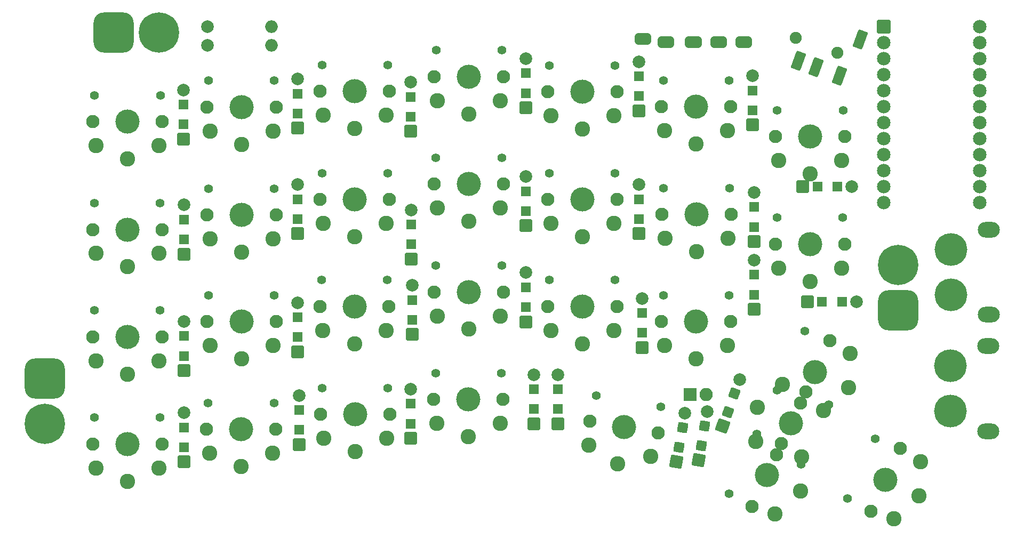
<source format=gbr>
%TF.GenerationSoftware,KiCad,Pcbnew,(6.0.4)*%
%TF.CreationDate,2022-04-18T00:49:10+02:00*%
%TF.ProjectId,ErgoTravel,4572676f-5472-4617-9665-6c2e6b696361,rev?*%
%TF.SameCoordinates,Original*%
%TF.FileFunction,Soldermask,Bot*%
%TF.FilePolarity,Negative*%
%FSLAX46Y46*%
G04 Gerber Fmt 4.6, Leading zero omitted, Abs format (unit mm)*
G04 Created by KiCad (PCBNEW (6.0.4)) date 2022-04-18 00:49:10*
%MOMM*%
%LPD*%
G01*
G04 APERTURE LIST*
G04 Aperture macros list*
%AMRoundRect*
0 Rectangle with rounded corners*
0 $1 Rounding radius*
0 $2 $3 $4 $5 $6 $7 $8 $9 X,Y pos of 4 corners*
0 Add a 4 corners polygon primitive as box body*
4,1,4,$2,$3,$4,$5,$6,$7,$8,$9,$2,$3,0*
0 Add four circle primitives for the rounded corners*
1,1,$1+$1,$2,$3*
1,1,$1+$1,$4,$5*
1,1,$1+$1,$6,$7*
1,1,$1+$1,$8,$9*
0 Add four rect primitives between the rounded corners*
20,1,$1+$1,$2,$3,$4,$5,0*
20,1,$1+$1,$4,$5,$6,$7,0*
20,1,$1+$1,$6,$7,$8,$9,0*
20,1,$1+$1,$8,$9,$2,$3,0*%
%AMFreePoly0*
4,1,41,0.022678,0.944824,0.075125,0.944504,0.131210,0.936123,0.267031,0.895504,0.318507,0.871718,0.437469,0.794611,0.480202,0.757333,0.572740,0.649936,0.603290,0.602165,0.661967,0.473113,0.677883,0.418686,0.697980,0.278353,0.700000,0.250000,0.700000,-0.250000,0.699985,-0.252439,0.699836,-0.264655,0.697079,-0.295398,0.673559,-0.435199,0.656318,-0.489221,0.594506,-0.616800,
0.562797,-0.663810,0.467662,-0.768914,0.424032,-0.805137,0.303222,-0.879314,0.251181,-0.901834,0.114408,-0.939123,0.058135,-0.946132,0.037663,-0.945757,0.000000,-0.950000,-0.500000,-0.950000,-0.586777,-0.930194,-0.656366,-0.874698,-0.694986,-0.794504,-0.700000,-0.750000,-0.700000,0.750000,-0.680194,0.836777,-0.624698,0.906366,-0.544504,0.944986,-0.500000,0.950000,0.000000,0.950000,
0.022678,0.944824,0.022678,0.944824,$1*%
%AMFreePoly1*
4,1,41,0.586777,0.930194,0.656366,0.874698,0.694986,0.794504,0.700000,0.750000,0.700000,-0.750000,0.680194,-0.836777,0.624698,-0.906366,0.544504,-0.944986,0.500000,-0.950000,0.000000,-0.950000,-0.023504,-0.944635,-0.083606,-0.943534,-0.139582,-0.934468,-0.274897,-0.892193,-0.326080,-0.867780,-0.444090,-0.789225,-0.486362,-0.751429,-0.577582,-0.642910,-0.607548,-0.594768,-0.664643,-0.465009,
-0.679893,-0.410393,-0.697476,-0.275933,-0.697084,-0.275882,-0.700000,-0.250000,-0.700000,0.250000,-0.697921,0.259109,-0.697582,0.286880,-0.675771,0.426957,-0.659192,0.481183,-0.598944,0.609508,-0.567811,0.656904,-0.473967,0.763162,-0.430783,0.799915,-0.310888,0.875563,-0.259125,0.898717,-0.122818,0.937674,-0.066635,0.945370,-0.042411,0.945222,0.000000,0.950000,0.500000,0.950000,
0.586777,0.930194,0.586777,0.930194,$1*%
G04 Aperture macros list end*
%ADD10RoundRect,0.200000X0.800000X-0.800000X0.800000X0.800000X-0.800000X0.800000X-0.800000X-0.800000X0*%
%ADD11RoundRect,0.200000X0.600000X-0.600000X0.600000X0.600000X-0.600000X0.600000X-0.600000X-0.600000X0*%
%ADD12C,2.000000*%
%ADD13RoundRect,0.200000X0.648928X-0.926765X0.926765X0.648928X-0.648928X0.926765X-0.926765X-0.648928X0*%
%ADD14RoundRect,0.200000X0.486696X-0.695074X0.695074X0.486696X-0.486696X0.695074X-0.695074X-0.486696X0*%
%ADD15RoundRect,0.200000X-0.800000X-0.800000X0.800000X-0.800000X0.800000X0.800000X-0.800000X0.800000X0*%
%ADD16RoundRect,0.200000X-0.600000X-0.600000X0.600000X-0.600000X0.600000X0.600000X-0.600000X0.600000X0*%
%ADD17RoundRect,0.200000X0.358603X-0.769028X0.769028X0.358603X-0.358603X0.769028X-0.769028X-0.358603X0*%
%ADD18RoundRect,0.200000X0.478138X-1.025370X1.025370X0.478138X-0.478138X1.025370X-1.025370X-0.478138X0*%
%ADD19C,1.900000*%
%ADD20RoundRect,0.200000X-0.876300X0.876300X-0.876300X-0.876300X0.876300X-0.876300X0.876300X0.876300X0*%
%ADD21C,2.152600*%
%ADD22O,2.000000X2.000000*%
%ADD23FreePoly0,180.000000*%
%ADD24FreePoly1,180.000000*%
%ADD25RoundRect,0.200000X0.850000X-0.850000X0.850000X0.850000X-0.850000X0.850000X-0.850000X-0.850000X0*%
%ADD26O,2.100000X2.100000*%
%ADD27C,2.101800*%
%ADD28C,1.390600*%
%ADD29C,3.829000*%
%ADD30C,2.432000*%
%ADD31RoundRect,1.700000X-1.500000X-1.500000X1.500000X-1.500000X1.500000X1.500000X-1.500000X1.500000X0*%
%ADD32C,6.400000*%
%ADD33RoundRect,1.700000X-1.500000X1.500000X-1.500000X-1.500000X1.500000X-1.500000X1.500000X1.500000X0*%
%ADD34O,3.500000X2.500000*%
%ADD35C,1.000000*%
%ADD36C,5.200000*%
%ADD37RoundRect,1.700000X1.500000X-1.500000X1.500000X1.500000X-1.500000X1.500000X-1.500000X-1.500000X0*%
%ADD38RoundRect,0.200000X-0.991341X-0.969404X0.136290X-1.379828X0.991341X0.969404X-0.136290X1.379828X0*%
G04 APERTURE END LIST*
D10*
X97345000Y-68670000D03*
D11*
X97345000Y-66345000D03*
X97345000Y-63195000D03*
D12*
X97345000Y-60870000D03*
D11*
X97424884Y-84630510D03*
D10*
X97424884Y-86955510D03*
D12*
X97424884Y-79155510D03*
D11*
X97424884Y-81480510D03*
D10*
X97424884Y-105455510D03*
D11*
X97424884Y-103130510D03*
X97424884Y-99980510D03*
D12*
X97424884Y-97655510D03*
D10*
X97424884Y-119955510D03*
D11*
X97424884Y-117630510D03*
D12*
X97424884Y-112155510D03*
D11*
X97424884Y-114480510D03*
X115424884Y-64630510D03*
D10*
X115424884Y-66955510D03*
D12*
X115424884Y-59155510D03*
D11*
X115424884Y-61480510D03*
D10*
X115424884Y-83705510D03*
D11*
X115424884Y-81380510D03*
D12*
X115424884Y-75905510D03*
D11*
X115424884Y-78230510D03*
X115424884Y-100130510D03*
D10*
X115424884Y-102455510D03*
D11*
X115424884Y-96980510D03*
D12*
X115424884Y-94655510D03*
D11*
X115674884Y-114880510D03*
D10*
X115674884Y-117205510D03*
D12*
X115674884Y-109405510D03*
D11*
X115674884Y-111730510D03*
D10*
X133424884Y-67455510D03*
D11*
X133424884Y-65130510D03*
D12*
X133424884Y-59655510D03*
D11*
X133424884Y-61980510D03*
X133445000Y-85395000D03*
D10*
X133445000Y-87720000D03*
D11*
X133445000Y-82245000D03*
D12*
X133445000Y-79920000D03*
D11*
X133674884Y-97380510D03*
D10*
X133674884Y-99705510D03*
D11*
X133674884Y-94230510D03*
D12*
X133674884Y-91905510D03*
D10*
X133424884Y-116205510D03*
D11*
X133424884Y-113880510D03*
D12*
X133424884Y-108405510D03*
D11*
X133424884Y-110730510D03*
X151674884Y-61382198D03*
D10*
X151674884Y-63707198D03*
D11*
X151674884Y-58232198D03*
D12*
X151674884Y-55907198D03*
D10*
X151674884Y-82455510D03*
D11*
X151674884Y-80130510D03*
X151674884Y-76980510D03*
D12*
X151674884Y-74655510D03*
D10*
X151674884Y-97705510D03*
D11*
X151674884Y-95380510D03*
D12*
X151674884Y-89905510D03*
D11*
X151674884Y-92230510D03*
X152967978Y-111557199D03*
D10*
X152967978Y-113882199D03*
D11*
X152967978Y-108407199D03*
D12*
X152967978Y-106082199D03*
D11*
X169674884Y-61880510D03*
D10*
X169674884Y-64205510D03*
D11*
X169674884Y-58730510D03*
D12*
X169674884Y-56405510D03*
D11*
X169674884Y-81380510D03*
D10*
X169674884Y-83705510D03*
D12*
X169674884Y-75905510D03*
D11*
X169674884Y-78230510D03*
D10*
X170180000Y-101780000D03*
D11*
X170180000Y-99455000D03*
D12*
X170180000Y-93980000D03*
D11*
X170180000Y-96305000D03*
D13*
X175600750Y-119897948D03*
D14*
X176004482Y-117608270D03*
D12*
X176955206Y-112216448D03*
D14*
X176551474Y-114506126D03*
D11*
X187674884Y-64130510D03*
D10*
X187674884Y-66455510D03*
D11*
X187674884Y-60980510D03*
D12*
X187674884Y-58655510D03*
D11*
X187924884Y-82630510D03*
D10*
X187924884Y-84955510D03*
D11*
X187924884Y-79480510D03*
D12*
X187924884Y-77155510D03*
D10*
X187924884Y-95707198D03*
D11*
X187924884Y-93382198D03*
X187924884Y-90232198D03*
D12*
X187924884Y-87907198D03*
D13*
X179100750Y-119647948D03*
D14*
X179504482Y-117358270D03*
X180051474Y-114256126D03*
D12*
X180455206Y-111966448D03*
D15*
X195650000Y-76200000D03*
D16*
X197975000Y-76200000D03*
D12*
X203450000Y-76200000D03*
D16*
X201125000Y-76200000D03*
X198702978Y-94557198D03*
D15*
X196377978Y-94557198D03*
D12*
X204177978Y-94557198D03*
D16*
X201852978Y-94557198D03*
D17*
X183739296Y-112037214D03*
D18*
X182944099Y-114221999D03*
D12*
X185611857Y-106892397D03*
D17*
X184816660Y-109077182D03*
D19*
X194540739Y-52628937D03*
X201118587Y-55023078D03*
D20*
X208537978Y-50861198D03*
D21*
X208537978Y-53401198D03*
X208537978Y-55941198D03*
X208537978Y-58481198D03*
X208537978Y-61021198D03*
X208537978Y-63561198D03*
X208537978Y-66101198D03*
X208537978Y-68641198D03*
X208537978Y-71181198D03*
X208537978Y-73721198D03*
X208537978Y-76261198D03*
X208537978Y-78801198D03*
X223777978Y-50861198D03*
X223777978Y-53401198D03*
X223777978Y-55941198D03*
X223777978Y-58481198D03*
X223777978Y-61021198D03*
X223777978Y-63561198D03*
X223777978Y-66101198D03*
X223777978Y-68641198D03*
X223777978Y-71181198D03*
X223777978Y-73721198D03*
X223777978Y-76261198D03*
X223777978Y-78801198D03*
D12*
X101177978Y-53807198D03*
D22*
X111337978Y-53807198D03*
D12*
X101177978Y-50807198D03*
D22*
X111337978Y-50807198D03*
D23*
X169627978Y-52807198D03*
D24*
X170927978Y-52807198D03*
D11*
X156777978Y-111582198D03*
D10*
X156777978Y-113907198D03*
D11*
X156777978Y-108432198D03*
D12*
X156777978Y-106107198D03*
D25*
X177800000Y-109220000D03*
D26*
X180340000Y-109220000D03*
D27*
X82944288Y-65937314D03*
X93944288Y-65937314D03*
D28*
X93664288Y-61737314D03*
D29*
X88444288Y-65937314D03*
D28*
X83224288Y-61737314D03*
D30*
X88444288Y-71837314D03*
X83444288Y-69737314D03*
X93444288Y-69737314D03*
D27*
X82924884Y-83055510D03*
D28*
X93644884Y-78855510D03*
D29*
X88424884Y-83055510D03*
D28*
X83204884Y-78855510D03*
D27*
X93924884Y-83055510D03*
D30*
X88424884Y-88955510D03*
X93424884Y-86855510D03*
X83424884Y-86855510D03*
D28*
X93644884Y-95915332D03*
X83204884Y-95915332D03*
D29*
X88424884Y-100115332D03*
D27*
X93924884Y-100115332D03*
X82924884Y-100115332D03*
D30*
X88424884Y-106015332D03*
X83424884Y-103915332D03*
X93424884Y-103915332D03*
D28*
X93644884Y-112914736D03*
D29*
X88424884Y-117114736D03*
D27*
X93924884Y-117114736D03*
X82924884Y-117114736D03*
D28*
X83204884Y-112914736D03*
D30*
X88424884Y-123014736D03*
X83424884Y-120914736D03*
X93424884Y-120914736D03*
D27*
X101036582Y-63615332D03*
D28*
X101316582Y-59415332D03*
D27*
X112036582Y-63615332D03*
D29*
X106536582Y-63615332D03*
D28*
X111756582Y-59415332D03*
D30*
X106536582Y-69515332D03*
X101536582Y-67415332D03*
X111536582Y-67415332D03*
D29*
X106536582Y-80733528D03*
D28*
X101316582Y-76533528D03*
D27*
X112036582Y-80733528D03*
X101036582Y-80733528D03*
D28*
X111756582Y-76533528D03*
D30*
X106536582Y-86633528D03*
X111536582Y-84533528D03*
X101536582Y-84533528D03*
D27*
X101036582Y-97674274D03*
D28*
X101316582Y-93474274D03*
D27*
X112036582Y-97674274D03*
D29*
X106536582Y-97674274D03*
D28*
X111756582Y-93474274D03*
D30*
X106536582Y-103574274D03*
X111536582Y-101474274D03*
X101536582Y-101474274D03*
D28*
X101257044Y-110592754D03*
D27*
X100977044Y-114792754D03*
D28*
X111697044Y-110592754D03*
D27*
X111977044Y-114792754D03*
D29*
X106477044Y-114792754D03*
D30*
X106477044Y-120692754D03*
X101477044Y-118592754D03*
X111477044Y-118592754D03*
D29*
X124529204Y-61114736D03*
D27*
X130029204Y-61114736D03*
X119029204Y-61114736D03*
D28*
X119309204Y-56914736D03*
X129749204Y-56914736D03*
D30*
X124529204Y-67014736D03*
X129529204Y-64914736D03*
X119529204Y-64914736D03*
D27*
X130029204Y-78292470D03*
D29*
X124529204Y-78292470D03*
D28*
X129749204Y-74092470D03*
X119309204Y-74092470D03*
D27*
X119029204Y-78292470D03*
D30*
X124529204Y-84192470D03*
X129529204Y-82092470D03*
X119529204Y-82092470D03*
D29*
X124469666Y-95292754D03*
D28*
X129689666Y-91092754D03*
X119249666Y-91092754D03*
D27*
X118969666Y-95292754D03*
X129969666Y-95292754D03*
D30*
X124469666Y-101192754D03*
X119469666Y-99092754D03*
X129469666Y-99092754D03*
D28*
X119349472Y-108211234D03*
D27*
X119069472Y-112411234D03*
X130069472Y-112411234D03*
D28*
X129789472Y-108211234D03*
D29*
X124569472Y-112411234D03*
D30*
X124569472Y-118311234D03*
X129569472Y-116211234D03*
X119569472Y-116211234D03*
D27*
X148160172Y-58792754D03*
X137160172Y-58792754D03*
D28*
X137440172Y-54592754D03*
X147880172Y-54592754D03*
D29*
X142660172Y-58792754D03*
D30*
X142660172Y-64692754D03*
X137660172Y-62592754D03*
X147660172Y-62592754D03*
D27*
X137121632Y-75851412D03*
D29*
X142621632Y-75851412D03*
D27*
X148121632Y-75851412D03*
D28*
X147841632Y-71651412D03*
X137401632Y-71651412D03*
D30*
X142621632Y-81751412D03*
X147621632Y-79651412D03*
X137621632Y-79651412D03*
D28*
X147860902Y-88770772D03*
X137420902Y-88770772D03*
D27*
X148140902Y-92970772D03*
D29*
X142640902Y-92970772D03*
D27*
X137140902Y-92970772D03*
D30*
X142640902Y-98870772D03*
X147640902Y-96770772D03*
X137640902Y-96770772D03*
D27*
X148081364Y-110029714D03*
D28*
X147801364Y-105829714D03*
D27*
X137081364Y-110029714D03*
D28*
X137361364Y-105829714D03*
D29*
X142581364Y-110029714D03*
D30*
X142581364Y-115929714D03*
X147581364Y-113829714D03*
X137581364Y-113829714D03*
D27*
X166133524Y-61174274D03*
D28*
X155413524Y-56974274D03*
X165853524Y-56974274D03*
D27*
X155133524Y-61174274D03*
D29*
X160633524Y-61174274D03*
D30*
X160633524Y-67074274D03*
X155633524Y-64974274D03*
X165633524Y-64974274D03*
D29*
X160633524Y-78292470D03*
D28*
X155413524Y-74092470D03*
X165853524Y-74092470D03*
D27*
X155133524Y-78292470D03*
X166133524Y-78292470D03*
D30*
X160633524Y-84192470D03*
X165633524Y-82092470D03*
X155633524Y-82092470D03*
D28*
X165853524Y-91092754D03*
X155413524Y-91092754D03*
D29*
X160633524Y-95292754D03*
D27*
X166133524Y-95292754D03*
X155133524Y-95292754D03*
D30*
X160633524Y-101192754D03*
X165633524Y-99092754D03*
X155633524Y-99092754D03*
D27*
X161825799Y-113480461D03*
X172658685Y-115390591D03*
D29*
X167242242Y-114435526D03*
D28*
X173112261Y-111205777D03*
X162830868Y-109392890D03*
D30*
X166217718Y-120245892D03*
X161658340Y-117309555D03*
X171506418Y-119046036D03*
D29*
X178718440Y-63555794D03*
D27*
X173218440Y-63555794D03*
X184218440Y-63555794D03*
D28*
X173498440Y-59355794D03*
X183938440Y-59355794D03*
D30*
X178718440Y-69455794D03*
X173718440Y-67355794D03*
X183718440Y-67355794D03*
D29*
X178777978Y-80673990D03*
D27*
X173277978Y-80673990D03*
D28*
X183997978Y-76473990D03*
X173557978Y-76473990D03*
D27*
X184277978Y-80673990D03*
D30*
X178777978Y-86573990D03*
X183777978Y-84473990D03*
X173777978Y-84473990D03*
D27*
X184218440Y-97674274D03*
D28*
X183938440Y-93474274D03*
D27*
X173218440Y-97674274D03*
D29*
X178718440Y-97674274D03*
D28*
X173498440Y-93474274D03*
D30*
X178718440Y-103574274D03*
X183718440Y-101474274D03*
X173718440Y-101474274D03*
D28*
X188321953Y-115551352D03*
D29*
X189922378Y-122057275D03*
D28*
X183909818Y-125013205D03*
D27*
X187597978Y-127041968D03*
X192246778Y-117072582D03*
D30*
X195269594Y-124550723D03*
X191253256Y-128194763D03*
X195479439Y-119131685D03*
D29*
X196818112Y-68286256D03*
D27*
X191318112Y-68286256D03*
D28*
X191598112Y-64086256D03*
D27*
X202318112Y-68286256D03*
D28*
X202038112Y-64086256D03*
D30*
X196818112Y-74186256D03*
X191818112Y-72086256D03*
X201818112Y-72086256D03*
D28*
X201997978Y-81177492D03*
X191557978Y-81177492D03*
D29*
X196777978Y-85377492D03*
D27*
X202277978Y-85377492D03*
X191277978Y-85377492D03*
D30*
X196777978Y-91277492D03*
X191777978Y-89177492D03*
X201777978Y-89177492D03*
D27*
X195260870Y-110643511D03*
X199909670Y-100674125D03*
D29*
X197585270Y-105658818D03*
D28*
X191572710Y-108614748D03*
X195984845Y-99152895D03*
D30*
X202932486Y-108152266D03*
X198916148Y-111796306D03*
X203142331Y-102733228D03*
D23*
X173277978Y-53307198D03*
D24*
X174577978Y-53307198D03*
D31*
X86277978Y-51807198D03*
D32*
X93477978Y-51807198D03*
D33*
X75277978Y-106707198D03*
D32*
X75277978Y-113907198D03*
D23*
X177627978Y-53307198D03*
D24*
X178927978Y-53307198D03*
D34*
X225077978Y-101557198D03*
X225077978Y-115057198D03*
D35*
X217733978Y-110564198D03*
D36*
X219077978Y-111907198D03*
D35*
X220421978Y-113251198D03*
X217733978Y-113251198D03*
X217177978Y-111907198D03*
X219077978Y-110007198D03*
X220421978Y-110564198D03*
X220977978Y-111907198D03*
X219077978Y-113807198D03*
X217733978Y-103363198D03*
X220421978Y-103363198D03*
X220421978Y-106050198D03*
X217177978Y-104707198D03*
X217733978Y-106050198D03*
X220977978Y-104707198D03*
X219077978Y-102807198D03*
D36*
X219077978Y-104707198D03*
D35*
X219077978Y-106607198D03*
D34*
X225177978Y-83057198D03*
X225177978Y-96557198D03*
D35*
X219177978Y-91507198D03*
X217833978Y-94751198D03*
D36*
X219177978Y-93407198D03*
D35*
X220521978Y-92064198D03*
X219177978Y-95307198D03*
X221077978Y-93407198D03*
X220521978Y-94751198D03*
X217277978Y-93407198D03*
X217833978Y-92064198D03*
X217277978Y-86207198D03*
X217833978Y-87550198D03*
D36*
X219177978Y-86207198D03*
D35*
X219177978Y-84307198D03*
X220521978Y-87550198D03*
X219177978Y-88107198D03*
X220521978Y-84863198D03*
X217833978Y-84863198D03*
X221077978Y-86207198D03*
D27*
X196102378Y-108822505D03*
X191453578Y-118791891D03*
D29*
X193777978Y-113807198D03*
D28*
X195378403Y-120313121D03*
X199790538Y-110851268D03*
D30*
X188430762Y-111313750D03*
X188220917Y-116732788D03*
X192447100Y-107669710D03*
D23*
X181627978Y-53307198D03*
D24*
X182927978Y-53307198D03*
D27*
X206453578Y-127791891D03*
D28*
X207177553Y-116301275D03*
D29*
X208777978Y-122807198D03*
D28*
X202765418Y-125763128D03*
D27*
X211102378Y-117822505D03*
D30*
X214125194Y-125300646D03*
X210108856Y-128944686D03*
X214335039Y-119881608D03*
D23*
X185627978Y-53307198D03*
D24*
X186927978Y-53307198D03*
D37*
X210777978Y-95907198D03*
D32*
X210777978Y-88707198D03*
D19*
X201118587Y-55023078D03*
X194540739Y-52628937D03*
D38*
X201510530Y-58624311D03*
X197751759Y-57256230D03*
X194932681Y-56230170D03*
X204767323Y-52892531D03*
M02*

</source>
